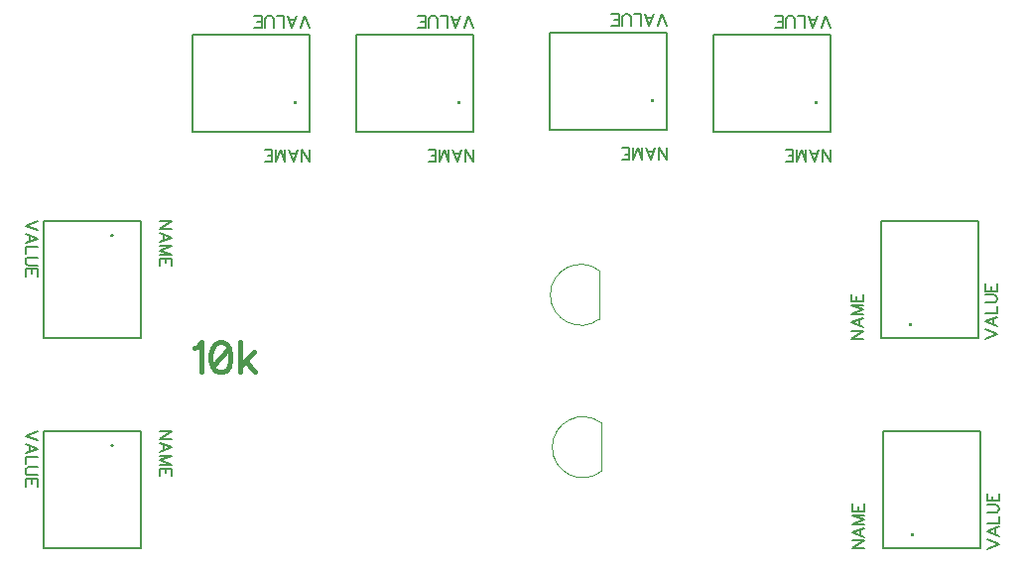
<source format=gbr>
G04 DipTrace 4.2.0.1*
G04 TopAssembly.gbr*
%MOMM*%
G04 #@! TF.FileFunction,Drawing,Top*
G04 #@! TF.Part,Single*
%ADD10C,0.12*%
%ADD19C,0.127*%
%ADD50C,0.39216*%
%ADD51C,0.15686*%
%FSLAX35Y35*%
G04*
G71*
G90*
G75*
G01*
G04 TopAssy*
%LPD*%
X1016387Y5396063D2*
D19*
X1846387D1*
Y4396063D1*
X1016387D1*
Y5396063D1*
G36*
X1582387Y5276063D2*
X1582507Y5277891D1*
X1582864Y5279687D1*
X1583453Y5281421D1*
X1584262Y5283063D1*
X1585280Y5284586D1*
X1586487Y5285963D1*
X1587864Y5287170D1*
X1589387Y5288188D1*
X1591029Y5288998D1*
X1592763Y5289586D1*
X1594559Y5289944D1*
X1596387Y5290063D1*
X1598214Y5289944D1*
X1600010Y5289586D1*
X1601744Y5288998D1*
X1603387Y5288188D1*
X1604909Y5287170D1*
X1606286Y5285963D1*
X1607494Y5284586D1*
X1608511Y5283063D1*
X1609321Y5281421D1*
X1609910Y5279687D1*
X1610267Y5277891D1*
X1610387Y5276063D1*
D1*
X1610267Y5274236D1*
X1609910Y5272440D1*
X1609321Y5270706D1*
X1608511Y5269063D1*
X1607494Y5267541D1*
X1606286Y5266164D1*
X1604909Y5264957D1*
X1603387Y5263939D1*
X1601744Y5263129D1*
X1600010Y5262541D1*
X1598214Y5262183D1*
X1596387Y5262063D1*
X1594559Y5262183D1*
X1592763Y5262541D1*
X1591029Y5263129D1*
X1589387Y5263939D1*
X1587864Y5264957D1*
X1586487Y5266164D1*
X1585280Y5267541D1*
X1584262Y5269063D1*
X1583453Y5270706D1*
X1582864Y5272440D1*
X1582507Y5274236D1*
X1582387Y5276063D1*
D1*
G37*
X1016374Y3602179D2*
D19*
X1846374Y3602201D1*
X1846400Y2602201D1*
X1016400Y2602179D1*
X1016374Y3602179D1*
G36*
X1582377Y3482194D2*
X1582497Y3484021D1*
X1582854Y3485818D1*
X1583443Y3487552D1*
X1584253Y3489194D1*
X1585270Y3490717D1*
X1586477Y3492094D1*
X1587854Y3493301D1*
X1589377Y3494319D1*
X1591019Y3495129D1*
X1592753Y3495717D1*
X1594549Y3496075D1*
X1596377Y3496194D1*
X1598204Y3496075D1*
X1600000Y3495717D1*
X1601734Y3495129D1*
X1603377Y3494319D1*
X1604899Y3493302D1*
X1606276Y3492094D1*
X1607484Y3490717D1*
X1608501Y3489195D1*
X1609311Y3487552D1*
X1609900Y3485818D1*
X1610257Y3484022D1*
X1610377Y3482195D1*
D1*
X1610257Y3480367D1*
X1609900Y3478571D1*
X1609311Y3476837D1*
X1608502Y3475195D1*
X1607484Y3473672D1*
X1606277Y3472295D1*
X1604900Y3471088D1*
X1603377Y3470070D1*
X1601735Y3469260D1*
X1600001Y3468672D1*
X1598205Y3468314D1*
X1596377Y3468194D1*
X1594550Y3468314D1*
X1592754Y3468671D1*
X1591020Y3469260D1*
X1589377Y3470070D1*
X1587855Y3471087D1*
X1586478Y3472295D1*
X1585270Y3473671D1*
X1584253Y3475194D1*
X1583443Y3476836D1*
X1582854Y3478571D1*
X1582497Y3480367D1*
X1582377Y3482194D1*
D1*
G37*
X3279890Y6992940D2*
D19*
Y6162940D1*
X2279890D1*
Y6992940D1*
X3279890D1*
G36*
X3159890Y6426940D2*
X3161718Y6426820D1*
X3163514Y6426463D1*
X3165248Y6425874D1*
X3166890Y6425065D1*
X3168413Y6424047D1*
X3169790Y6422840D1*
X3170997Y6421463D1*
X3172015Y6419940D1*
X3172824Y6418298D1*
X3173413Y6416564D1*
X3173770Y6414768D1*
X3173890Y6412940D1*
X3173770Y6411113D1*
X3173413Y6409317D1*
X3172824Y6407583D1*
X3172014Y6405940D1*
X3170997Y6404417D1*
X3169790Y6403041D1*
X3168413Y6401833D1*
X3166890Y6400816D1*
X3165248Y6400006D1*
X3163514Y6399417D1*
X3161717Y6399060D1*
X3159890Y6398940D1*
D1*
X3158063Y6399060D1*
X3156267Y6399417D1*
X3154533Y6400006D1*
X3152890Y6400816D1*
X3151367Y6401833D1*
X3149991Y6403041D1*
X3148783Y6404417D1*
X3147766Y6405940D1*
X3146956Y6407583D1*
X3146367Y6409317D1*
X3146010Y6411113D1*
X3145890Y6412940D1*
X3146010Y6414767D1*
X3146367Y6416564D1*
X3146956Y6418298D1*
X3147766Y6419940D1*
X3148783Y6421463D1*
X3149991Y6422840D1*
X3151367Y6424047D1*
X3152890Y6425064D1*
X3154533Y6425874D1*
X3156267Y6426463D1*
X3158063Y6426820D1*
X3159890Y6426940D1*
D1*
G37*
X6327887Y7008813D2*
D19*
Y6178813D1*
X5327887D1*
Y7008813D1*
X6327887D1*
G36*
X6207887Y6442813D2*
X6209714Y6442694D1*
X6211510Y6442336D1*
X6213244Y6441748D1*
X6214887Y6440938D1*
X6216409Y6439920D1*
X6217786Y6438713D1*
X6218994Y6437336D1*
X6220011Y6435813D1*
X6220821Y6434171D1*
X6221410Y6432437D1*
X6221767Y6430641D1*
X6221887Y6428813D1*
X6221767Y6426986D1*
X6221410Y6425190D1*
X6220821Y6423456D1*
X6220011Y6421813D1*
X6218994Y6420291D1*
X6217786Y6418914D1*
X6216409Y6417707D1*
X6214887Y6416689D1*
X6213244Y6415879D1*
X6211510Y6415291D1*
X6209714Y6414933D1*
X6207887Y6414813D1*
D1*
X6206059Y6414933D1*
X6204263Y6415291D1*
X6202529Y6415879D1*
X6200887Y6416689D1*
X6199364Y6417707D1*
X6197987Y6418914D1*
X6196780Y6420291D1*
X6195762Y6421813D1*
X6194953Y6423456D1*
X6194364Y6425190D1*
X6194007Y6426986D1*
X6193887Y6428813D1*
X6194007Y6430641D1*
X6194364Y6432437D1*
X6194952Y6434171D1*
X6195762Y6435813D1*
X6196780Y6437336D1*
X6197987Y6438713D1*
X6199364Y6439920D1*
X6200887Y6440938D1*
X6202529Y6441748D1*
X6204263Y6442336D1*
X6206059Y6442694D1*
X6207887Y6442813D1*
D1*
G37*
X8988387Y4396067D2*
D19*
X8158387D1*
Y5396067D1*
X8988387D1*
Y4396067D1*
G36*
X8422387Y4516067D2*
X8422267Y4514239D1*
X8421910Y4512443D1*
X8421321Y4510709D1*
X8420511Y4509067D1*
X8419494Y4507544D1*
X8418286Y4506167D1*
X8416909Y4504960D1*
X8415387Y4503942D1*
X8413744Y4503132D1*
X8412010Y4502544D1*
X8410214Y4502187D1*
X8408387Y4502067D1*
X8406559Y4502187D1*
X8404763Y4502544D1*
X8403029Y4503133D1*
X8401387Y4503942D1*
X8399864Y4504960D1*
X8398487Y4506167D1*
X8397280Y4507544D1*
X8396262Y4509067D1*
X8395452Y4510709D1*
X8394864Y4512443D1*
X8394507Y4514239D1*
X8394387Y4516067D1*
D1*
X8394507Y4517894D1*
X8394864Y4519690D1*
X8395452Y4521424D1*
X8396262Y4523067D1*
X8397280Y4524589D1*
X8398487Y4525966D1*
X8399864Y4527174D1*
X8401387Y4528191D1*
X8403029Y4529001D1*
X8404763Y4529590D1*
X8406559Y4529947D1*
X8408387Y4530067D1*
X8410214Y4529947D1*
X8412010Y4529590D1*
X8413744Y4529001D1*
X8415387Y4528191D1*
X8416909Y4527174D1*
X8418286Y4525966D1*
X8419494Y4524589D1*
X8420511Y4523067D1*
X8421321Y4521424D1*
X8421910Y4519690D1*
X8422267Y4517894D1*
X8422387Y4516067D1*
D1*
G37*
X9004260Y2602190D2*
D19*
X8174260D1*
Y3602190D1*
X9004260D1*
Y2602190D1*
G36*
X8438260Y2722190D2*
X8438140Y2720363D1*
X8437783Y2718567D1*
X8437194Y2716833D1*
X8436384Y2715190D1*
X8435367Y2713667D1*
X8434160Y2712291D1*
X8432783Y2711083D1*
X8431260Y2710066D1*
X8429618Y2709256D1*
X8427884Y2708667D1*
X8426087Y2708310D1*
X8424260Y2708190D1*
X8422433Y2708310D1*
X8420637Y2708667D1*
X8418903Y2709256D1*
X8417260Y2710066D1*
X8415737Y2711083D1*
X8414361Y2712291D1*
X8413153Y2713668D1*
X8412136Y2715190D1*
X8411326Y2716833D1*
X8410737Y2718567D1*
X8410380Y2720363D1*
X8410260Y2722190D1*
D1*
X8410380Y2724018D1*
X8410737Y2725814D1*
X8411326Y2727548D1*
X8412136Y2729190D1*
X8413153Y2730713D1*
X8414361Y2732090D1*
X8415737Y2733297D1*
X8417260Y2734314D1*
X8418903Y2735124D1*
X8420637Y2735713D1*
X8422433Y2736070D1*
X8424260Y2736190D1*
X8426087Y2736070D1*
X8427884Y2735713D1*
X8429618Y2735124D1*
X8431260Y2734315D1*
X8432783Y2733297D1*
X8434160Y2732090D1*
X8435367Y2730713D1*
X8436384Y2729190D1*
X8437194Y2727548D1*
X8437783Y2725814D1*
X8438140Y2724018D1*
X8438260Y2722190D1*
D1*
G37*
X4676887Y6992940D2*
D19*
Y6162940D1*
X3676887D1*
Y6992940D1*
X4676887D1*
G36*
X4556887Y6426940D2*
X4558714Y6426820D1*
X4560510Y6426463D1*
X4562244Y6425874D1*
X4563887Y6425065D1*
X4565409Y6424047D1*
X4566786Y6422840D1*
X4567994Y6421463D1*
X4569011Y6419940D1*
X4569821Y6418298D1*
X4570410Y6416564D1*
X4570767Y6414768D1*
X4570887Y6412940D1*
X4570767Y6411113D1*
X4570410Y6409317D1*
X4569821Y6407583D1*
X4569011Y6405940D1*
X4567994Y6404417D1*
X4566786Y6403041D1*
X4565409Y6401833D1*
X4563887Y6400816D1*
X4562244Y6400006D1*
X4560510Y6399417D1*
X4558714Y6399060D1*
X4556887Y6398940D1*
D1*
X4555059Y6399060D1*
X4553263Y6399417D1*
X4551529Y6400006D1*
X4549887Y6400816D1*
X4548364Y6401833D1*
X4546987Y6403041D1*
X4545780Y6404417D1*
X4544762Y6405940D1*
X4543953Y6407583D1*
X4543364Y6409317D1*
X4543007Y6411113D1*
X4542887Y6412940D1*
X4543007Y6414767D1*
X4543364Y6416564D1*
X4543952Y6418298D1*
X4544762Y6419940D1*
X4545780Y6421463D1*
X4546987Y6422840D1*
X4548364Y6424047D1*
X4549887Y6425064D1*
X4551529Y6425874D1*
X4553263Y6426463D1*
X4555059Y6426820D1*
X4556887Y6426940D1*
D1*
G37*
X7724887Y6992940D2*
D19*
Y6162940D1*
X6724887D1*
Y6992940D1*
X7724887D1*
G36*
X7604887Y6426940D2*
X7606714Y6426820D1*
X7608510Y6426463D1*
X7610244Y6425874D1*
X7611887Y6425065D1*
X7613409Y6424047D1*
X7614786Y6422840D1*
X7615994Y6421463D1*
X7617011Y6419940D1*
X7617821Y6418298D1*
X7618410Y6416564D1*
X7618767Y6414768D1*
X7618887Y6412940D1*
X7618767Y6411113D1*
X7618410Y6409317D1*
X7617821Y6407583D1*
X7617011Y6405940D1*
X7615994Y6404417D1*
X7614786Y6403041D1*
X7613409Y6401833D1*
X7611887Y6400816D1*
X7610244Y6400006D1*
X7608510Y6399417D1*
X7606714Y6399060D1*
X7604887Y6398940D1*
D1*
X7603059Y6399060D1*
X7601263Y6399417D1*
X7599529Y6400006D1*
X7597887Y6400816D1*
X7596364Y6401833D1*
X7594987Y6403041D1*
X7593780Y6404417D1*
X7592762Y6405940D1*
X7591953Y6407583D1*
X7591364Y6409317D1*
X7591007Y6411113D1*
X7590887Y6412940D1*
X7591007Y6414767D1*
X7591364Y6416564D1*
X7591952Y6418298D1*
X7592762Y6419940D1*
X7593780Y6421463D1*
X7594987Y6422840D1*
X7596364Y6424047D1*
X7597887Y6425064D1*
X7599529Y6425874D1*
X7601263Y6426463D1*
X7603059Y6426820D1*
X7604887Y6426940D1*
D1*
G37*
X5757434Y4563493D2*
D10*
X5757420Y4974640D1*
X5757434Y4563493D2*
G02X5757420Y4974640I-160007J205568D01*
G01*
X5773594Y3261747D2*
X5773586Y3672894D1*
X5773594Y3261747D2*
G02X5773586Y3672894I-160004J205570D01*
G01*
X2298278Y4315003D2*
D50*
X2322705Y4327357D1*
X2359205Y4363576D1*
Y4108637D1*
X2510636Y4363576D2*
X2474136Y4351503D1*
X2449709Y4315003D1*
X2437636Y4254357D1*
Y4217857D1*
X2449709Y4157211D1*
X2474136Y4120711D1*
X2510636Y4108637D1*
X2534782D1*
X2571282Y4120711D1*
X2595429Y4157211D1*
X2607782Y4217857D1*
Y4254357D1*
X2595429Y4315003D1*
X2571282Y4351503D1*
X2534782Y4363576D1*
X2510636D1*
X2595429Y4315003D2*
X2449709Y4157211D1*
X2686214Y4363857D2*
Y4108637D1*
X2807787Y4278784D2*
X2686214Y4157211D1*
X2734787Y4205784D2*
X2819860Y4108637D1*
X2103876Y5328862D2*
D51*
X2001788D1*
X2103876Y5396920D1*
X2001788D1*
Y5219660D2*
X2103876Y5258631D1*
X2001788Y5297489D1*
X2035818Y5282889D2*
Y5234260D1*
X2001788Y5110571D2*
X2103876D1*
X2001788Y5149429D1*
X2103876Y5188288D1*
X2001788D1*
X2103876Y5016081D2*
Y5079198D1*
X2001788D1*
Y5016081D1*
X2055247Y5079198D2*
Y5040340D1*
X958576Y5397487D2*
X856488Y5358629D1*
X958576Y5319770D1*
X856488Y5210568D2*
X958576Y5249539D1*
X856488Y5288398D1*
X890518Y5273798D2*
Y5225168D1*
X958576Y5179196D2*
X856488D1*
Y5120908D1*
X958576Y5089536D2*
X885688D1*
X871088Y5084706D1*
X861430Y5074936D1*
X856488Y5060336D1*
Y5050677D1*
X861430Y5036077D1*
X871088Y5026306D1*
X885688Y5021477D1*
X958576D1*
Y4926988D2*
Y4990105D1*
X856488D1*
Y4926988D1*
X909947Y4990105D2*
Y4951246D1*
X2103865Y3535006D2*
X2001777Y3535003D1*
X2103863Y3603064D1*
X2001776Y3603062D1*
X2001780Y3425801D2*
X2103867Y3464775D1*
X2001778Y3503631D1*
X2035808Y3489032D2*
X2035809Y3440402D1*
X2001783Y3316712D2*
X2103871Y3316715D1*
X2001782Y3355570D1*
X2103869Y3394432D1*
X2001781Y3394429D1*
X2103873Y3222225D2*
X2103871Y3285342D1*
X2001784Y3285339D1*
X2001785Y3222222D1*
X2055242Y3285341D2*
X2055243Y3246482D1*
X958563Y3603602D2*
X856477Y3564740D1*
X958565Y3525885D1*
X856480Y3416680D2*
X958567Y3455654D1*
X856478Y3494509D1*
X890508Y3479910D2*
X890509Y3431281D1*
X958569Y3385310D2*
X856481Y3385308D1*
X856483Y3327020D1*
X958571Y3295650D2*
X885683Y3295648D1*
X871084Y3290819D1*
X861425Y3281048D1*
X856484Y3266447D1*
Y3256789D1*
X861426Y3242189D1*
X871085Y3232419D1*
X885685Y3227590D1*
X958573Y3227592D1*
X958575Y3133102D2*
X958574Y3196219D1*
X856486Y3196216D1*
X856488Y3133099D1*
X909944Y3196218D2*
X909945Y3157359D1*
X3212689Y5905451D2*
Y6007539D1*
X3280747Y5905451D1*
Y6007539D1*
X3103487D2*
X3142458Y5905451D1*
X3181316Y6007539D1*
X3166716Y5973509D2*
X3118087D1*
X2994397Y6007539D2*
Y5905451D1*
X3033256Y6007539D1*
X3072114Y5905451D1*
Y6007539D1*
X2899908Y5905451D2*
X2963025D1*
Y6007539D1*
X2899908D1*
X2963025Y5954080D2*
X2924166D1*
X3281314Y7050751D2*
X3242455Y7152839D1*
X3203597Y7050751D1*
X3094395Y7152839D2*
X3133366Y7050751D1*
X3172224Y7152839D1*
X3157624Y7118809D2*
X3108995D1*
X3063022Y7050751D2*
Y7152839D1*
X3004735D1*
X2973362Y7050751D2*
Y7123639D1*
X2968533Y7138239D1*
X2958762Y7147897D1*
X2944162Y7152839D1*
X2934504D1*
X2919904Y7147897D1*
X2910133Y7138239D1*
X2905304Y7123639D1*
Y7050751D1*
X2810814D2*
X2873931D1*
Y7152839D1*
X2810814D1*
X2873931Y7099380D2*
X2835073D1*
X6260685Y5921324D2*
Y6023412D1*
X6328744Y5921324D1*
Y6023412D1*
X6151483D2*
X6190454Y5921324D1*
X6229313Y6023412D1*
X6214713Y5989383D2*
X6166083D1*
X6042394Y6023412D2*
Y5921324D1*
X6081252Y6023412D1*
X6120111Y5921324D1*
Y6023412D1*
X5947904Y5921324D2*
X6011021D1*
Y6023412D1*
X5947904D1*
X6011021Y5969953D2*
X5972163D1*
X6329310Y7066624D2*
X6290452Y7168712D1*
X6251593Y7066624D1*
X6142392Y7168712D2*
X6181362Y7066624D1*
X6220221Y7168712D1*
X6205621Y7134683D2*
X6156992D1*
X6111019Y7066624D2*
Y7168712D1*
X6052731D1*
X6021359Y7066624D2*
Y7139512D1*
X6016530Y7154112D1*
X6006759Y7163770D1*
X5992159Y7168712D1*
X5982500D1*
X5967900Y7163770D1*
X5958130Y7154112D1*
X5953300Y7139512D1*
Y7066624D1*
X5858811D2*
X5921928D1*
Y7168712D1*
X5858811D1*
X5921928Y7115253D2*
X5883069D1*
X7900898Y4463268D2*
X8002985D1*
X7900898Y4395210D1*
X8002985D1*
Y4572470D2*
X7900898Y4533499D1*
X8002985Y4494641D1*
X7968956Y4509241D2*
Y4557870D1*
X8002985Y4681560D2*
X7900898D1*
X8002985Y4642701D1*
X7900898Y4603843D1*
X8002985D1*
X7900898Y4776049D2*
Y4712932D1*
X8002985D1*
Y4776049D1*
X7949527Y4712932D2*
Y4751791D1*
X9046198Y4394643D2*
X9148285Y4433502D1*
X9046198Y4472360D1*
X9148285Y4581562D2*
X9046198Y4542591D1*
X9148285Y4503733D1*
X9114256Y4518333D2*
Y4566962D1*
X9046198Y4612935D2*
X9148285D1*
Y4671222D1*
X9046198Y4702595D2*
X9119085D1*
X9133685Y4707424D1*
X9143344Y4717195D1*
X9148285Y4731795D1*
Y4741453D1*
X9143344Y4756053D1*
X9133685Y4765824D1*
X9119085Y4770653D1*
X9046198D1*
Y4865143D2*
Y4802026D1*
X9148285D1*
Y4865143D1*
X9094827Y4802026D2*
Y4840884D1*
X7916771Y2669392D2*
X8018859D1*
X7916771Y2601333D1*
X8018859D1*
Y2778594D2*
X7916771Y2739623D1*
X8018859Y2700764D1*
X7984829Y2715364D2*
Y2763994D1*
X8018859Y2887683D2*
X7916771D1*
X8018859Y2848825D1*
X7916771Y2809966D1*
X8018859D1*
X7916771Y2982172D2*
Y2919056D1*
X8018859D1*
Y2982172D1*
X7965400Y2919056D2*
Y2957914D1*
X9062071Y2600767D2*
X9164159Y2639625D1*
X9062071Y2678484D1*
X9164159Y2787685D2*
X9062071Y2748715D1*
X9164159Y2709856D1*
X9130129Y2724456D2*
Y2773085D1*
X9062071Y2819058D2*
X9164159D1*
Y2877346D1*
X9062071Y2908718D2*
X9134959D1*
X9149559Y2913547D1*
X9159217Y2923318D1*
X9164159Y2937918D1*
Y2947577D1*
X9159217Y2962177D1*
X9149559Y2971947D1*
X9134959Y2976777D1*
X9062071D1*
Y3071266D2*
Y3008149D1*
X9164159D1*
Y3071266D1*
X9110700Y3008149D2*
Y3047008D1*
X4609685Y5905451D2*
Y6007539D1*
X4677744Y5905451D1*
Y6007539D1*
X4500483D2*
X4539454Y5905451D1*
X4578313Y6007539D1*
X4563713Y5973509D2*
X4515083D1*
X4391394Y6007539D2*
Y5905451D1*
X4430252Y6007539D1*
X4469111Y5905451D1*
Y6007539D1*
X4296904Y5905451D2*
X4360021D1*
Y6007539D1*
X4296904D1*
X4360021Y5954080D2*
X4321163D1*
X4678310Y7050751D2*
X4639452Y7152839D1*
X4600593Y7050751D1*
X4491392Y7152839D2*
X4530362Y7050751D1*
X4569221Y7152839D1*
X4554621Y7118809D2*
X4505992D1*
X4460019Y7050751D2*
Y7152839D1*
X4401731D1*
X4370359Y7050751D2*
Y7123639D1*
X4365530Y7138239D1*
X4355759Y7147897D1*
X4341159Y7152839D1*
X4331500D1*
X4316900Y7147897D1*
X4307130Y7138239D1*
X4302300Y7123639D1*
Y7050751D1*
X4207811D2*
X4270928D1*
Y7152839D1*
X4207811D1*
X4270928Y7099380D2*
X4232069D1*
X7657685Y5905451D2*
Y6007539D1*
X7725744Y5905451D1*
Y6007539D1*
X7548483D2*
X7587454Y5905451D1*
X7626313Y6007539D1*
X7611713Y5973509D2*
X7563083D1*
X7439394Y6007539D2*
Y5905451D1*
X7478252Y6007539D1*
X7517111Y5905451D1*
Y6007539D1*
X7344904Y5905451D2*
X7408021D1*
Y6007539D1*
X7344904D1*
X7408021Y5954080D2*
X7369163D1*
X7726310Y7050751D2*
X7687452Y7152839D1*
X7648593Y7050751D1*
X7539392Y7152839D2*
X7578362Y7050751D1*
X7617221Y7152839D1*
X7602621Y7118809D2*
X7553992D1*
X7508019Y7050751D2*
Y7152839D1*
X7449731D1*
X7418359Y7050751D2*
Y7123639D1*
X7413530Y7138239D1*
X7403759Y7147897D1*
X7389159Y7152839D1*
X7379500D1*
X7364900Y7147897D1*
X7355130Y7138239D1*
X7350300Y7123639D1*
Y7050751D1*
X7255811D2*
X7318928D1*
Y7152839D1*
X7255811D1*
X7318928Y7099380D2*
X7280069D1*
M02*

</source>
